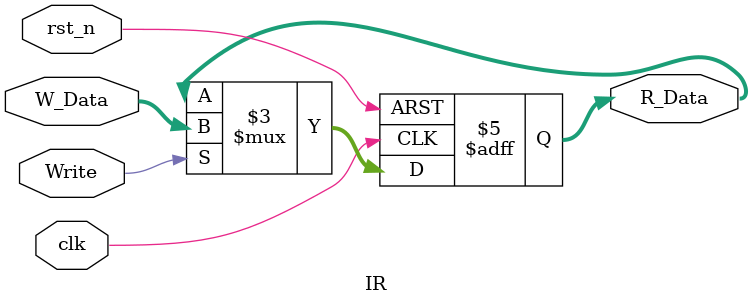
<source format=v>
`timescale 1ns / 1ps

module IR(
    input rst_n,
    input clk,
    input Write,//Ð´ÐÅºÅ
    input [31:0] W_Data,
    output reg [31:0] R_Data
    );
    always@(negedge rst_n or posedge clk)
    begin
        if(!rst_n)
            begin
            R_Data <= 32'b0;
            end
        else
            begin
                if(Write)
                   R_Data <= W_Data; 
            end    
    end
endmodule

</source>
